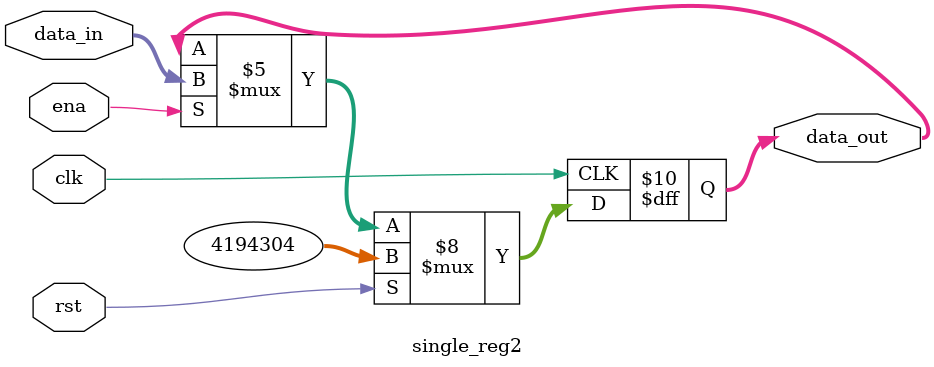
<source format=v>
`timescale 1ns / 1ps


module single_reg2(
    input clk, // 1 Î»ÊäÈë£¬¼Ä´æÆ÷Ê±ÖÓÐÅºÅ£¬ÉÏÉýÑØÊ±Îª PC¼Ä´æÆ÷¸³Öµ
    input rst, // 1 Î»ÊäÈë£¬ÖØÖÃÐÅºÅ£¬¸ßµçÆ½Ê±½« PC ¼Ä´æÆ÷ÇåÁã ×¢£ºµ± ena ÐÅºÅÎÞÐ§Ê±£¬rst Ò²¿ÉÒÔÖØÖÃ¼Ä´æÆ÷
    input ena, // 1 Î»ÊäÈë,ÓÐÐ§ÐÅºÅ¸ßµçÆ½Ê±¼Ä´æÆ÷¹¤¶ÁÈëdata_in µÄÖµ£¬·ñÔò±£³ÖÔ­ÓÐÊä³ö
    input [31 : 0] data_in, // 31 Î»ÊäÈë£¬ÊäÈëÊý¾Ý½«±»´æÈë¼Ä´æÆ÷ÄÚ²¿
    output reg [31 : 0] data_out // 31 Î»Êä³ö£¬¹¤×÷Ê±Ê¼ÖÕÊä³ö PC ¼Ä´æÆ÷ÄÚ²¿´æ´¢µÄÖµ
    );
    initial
    begin
        data_out = 32'h00400000;
    end
    always @ (posedge clk)
    begin
        if (rst == 1)
        begin
            data_out <= 32'h00400000;
        end
        else
        begin
            if (ena == 1)
            begin
                data_out <= data_in;
            end
        end
    end
endmodule

</source>
